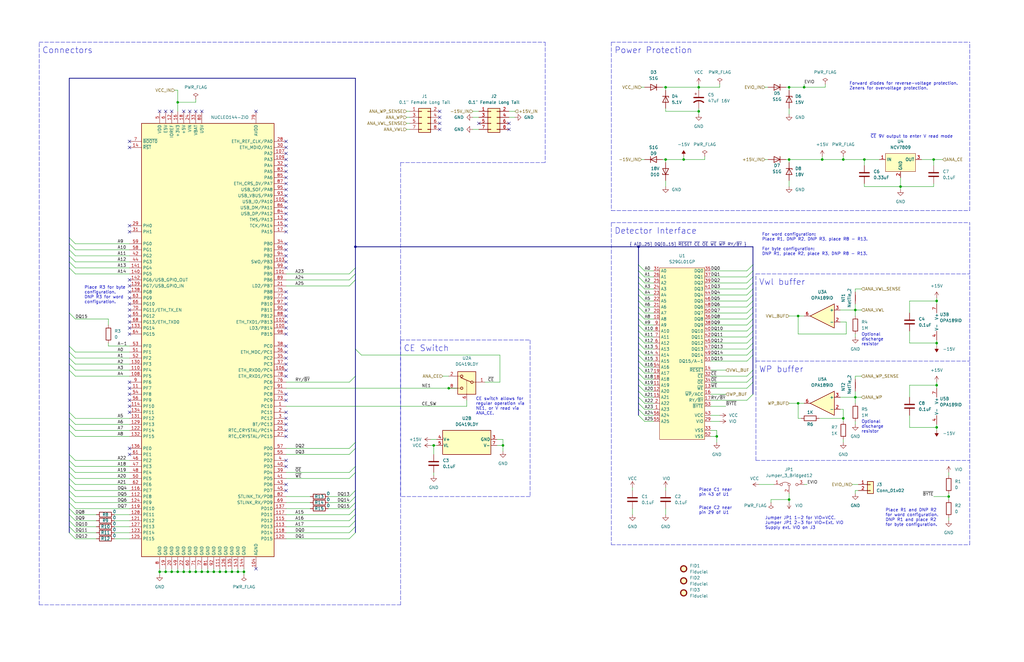
<source format=kicad_sch>
(kicad_sch (version 20211123) (generator eeschema)
  (paper "USLedger")
  (title_block (title "NISoC Readout 1 Module - Socket TSOP-56 Bus") (date "2022-08-11") (rev "1.0") (company "University of Dallas") (comment 1 "Aidan Medcalf <amedcalf@udallas.edu>"))
  (junction (at 400.05 209.55))
  (junction (at 212.09 187.96))
  (junction (at 80.01 241.3))
  (junction (at 90.17 241.3))
  (junction (at 92.71 241.3))
  (junction (at 394.97 180.34))
  (junction (at 67.31 241.3))
  (junction (at 74.93 241.3))
  (junction (at 100.33 241.3))
  (junction (at 294.64 46.99))
  (junction (at 182.88 187.96))
  (junction (at 394.97 162.56))
  (junction (at 87.63 241.3))
  (junction (at 379.73 78.74))
  (junction (at 332.74 36.83))
  (junction (at 302.26 184.15))
  (junction (at 393.7 67.31))
  (junction (at 394.97 144.78))
  (junction (at 355.6 176.53))
  (junction (at 280.67 67.31))
  (junction (at 82.55 241.3))
  (junction (at 339.09 36.83))
  (junction (at 77.47 241.3))
  (junction (at 189.23 163.83))
  (junction (at 355.6 67.31))
  (junction (at 346.71 67.31))
  (junction (at 280.67 36.83))
  (junction (at 360.68 130.81))
  (junction (at 85.09 241.3))
  (junction (at 360.68 167.64))
  (junction (at 336.55 133.35))
  (junction (at 97.79 241.3))
  (junction (at 332.74 210.82))
  (junction (at 72.39 241.3))
  (junction (at 294.64 36.83))
  (junction (at 74.93 43.18))
  (junction (at 364.49 67.31))
  (junction (at 102.87 241.3))
  (junction (at 332.74 67.31))
  (junction (at 288.29 67.31))
  (junction (at 336.55 170.18))
  (junction (at 149.86 104.14))
  (junction (at 69.85 241.3))
  (junction (at 394.97 127))
  (junction (at 269.24 104.14))
  (junction (at 95.25 241.3))
  (no_connect (at 214.63 54.61))
  (no_connect (at 201.93 52.07))
  (no_connect (at 185.42 52.07))
  (no_connect (at 185.42 49.53))
  (no_connect (at 120.65 80.01))
  (no_connect (at 120.65 123.19))
  (no_connect (at 107.95 240.03))
  (no_connect (at 120.65 194.31))
  (no_connect (at 120.65 207.01))
  (no_connect (at 120.65 204.47))
  (no_connect (at 120.65 196.85))
  (no_connect (at 120.65 184.15))
  (no_connect (at 120.65 181.61))
  (no_connect (at 120.65 179.07))
  (no_connect (at 120.65 176.53))
  (no_connect (at 120.65 166.37))
  (no_connect (at 120.65 173.99))
  (no_connect (at 120.65 168.91))
  (no_connect (at 120.65 90.17))
  (no_connect (at 120.65 67.31))
  (no_connect (at 120.65 125.73))
  (no_connect (at 54.61 168.91))
  (no_connect (at 120.65 92.71))
  (no_connect (at 120.65 97.79))
  (no_connect (at 120.65 82.55))
  (no_connect (at 214.63 52.07))
  (no_connect (at 120.65 148.59))
  (no_connect (at 120.65 107.95))
  (no_connect (at 54.61 123.19))
  (no_connect (at 120.65 74.93))
  (no_connect (at 120.65 62.23))
  (no_connect (at 120.65 105.41))
  (no_connect (at 54.61 128.27))
  (no_connect (at 120.65 158.75))
  (no_connect (at 120.65 59.69))
  (no_connect (at 54.61 191.77))
  (no_connect (at 120.65 140.97))
  (no_connect (at 120.65 69.85))
  (no_connect (at 54.61 135.89))
  (no_connect (at 120.65 135.89))
  (no_connect (at 120.65 110.49))
  (no_connect (at 54.61 166.37))
  (no_connect (at 120.65 153.67))
  (no_connect (at 185.42 54.61))
  (no_connect (at 120.65 102.87))
  (no_connect (at 54.61 173.99))
  (no_connect (at 54.61 161.29))
  (no_connect (at 120.65 128.27))
  (no_connect (at 54.61 138.43))
  (no_connect (at 120.65 87.63))
  (no_connect (at 120.65 130.81))
  (no_connect (at 120.65 72.39))
  (no_connect (at 54.61 133.35))
  (no_connect (at 120.65 138.43))
  (no_connect (at 120.65 64.77))
  (no_connect (at 120.65 133.35))
  (no_connect (at 54.61 163.83))
  (no_connect (at 54.61 140.97))
  (no_connect (at 54.61 189.23))
  (no_connect (at 120.65 95.25))
  (no_connect (at 54.61 171.45))
  (no_connect (at 120.65 77.47))
  (no_connect (at 120.65 151.13))
  (no_connect (at 54.61 95.25))
  (no_connect (at 54.61 62.23))
  (no_connect (at 72.39 46.99))
  (no_connect (at 85.09 46.99))
  (no_connect (at 107.95 46.99))
  (no_connect (at 77.47 46.99))
  (no_connect (at 80.01 46.99))
  (no_connect (at 82.55 46.99))
  (no_connect (at 54.61 97.79))
  (no_connect (at 67.31 46.99))
  (no_connect (at 69.85 46.99))
  (no_connect (at 54.61 118.11))
  (no_connect (at 54.61 125.73))
  (no_connect (at 120.65 146.05))
  (no_connect (at 120.65 85.09))
  (no_connect (at 120.65 113.03))
  (no_connect (at 185.42 46.99))
  (no_connect (at 54.61 130.81))
  (no_connect (at 120.65 156.21))
  (no_connect (at 54.61 120.65))
  (no_connect (at 54.61 59.69))
  (bus_entry (at 314.96 127) (size 2.54 -2.54))
  (bus_entry (at 314.96 124.46) (size 2.54 -2.54))
  (bus_entry (at 314.96 132.08) (size 2.54 -2.54))
  (bus_entry (at 314.96 114.3) (size 2.54 -2.54))
  (bus_entry (at 314.96 144.78) (size 2.54 -2.54))
  (bus_entry (at 31.75 224.79) (size -2.54 -2.54))
  (bus_entry (at 31.75 222.25) (size -2.54 -2.54))
  (bus_entry (at 314.96 149.86) (size 2.54 -2.54))
  (bus_entry (at 271.78 116.84) (size -2.54 -2.54))
  (bus_entry (at 314.96 168.91) (size 2.54 -2.54))
  (bus_entry (at 271.78 177.8) (size -2.54 -2.54))
  (bus_entry (at 271.78 129.54) (size -2.54 -2.54))
  (bus_entry (at 271.78 170.18) (size -2.54 -2.54))
  (bus_entry (at 271.78 114.3) (size -2.54 -2.54))
  (bus_entry (at 271.78 157.48) (size -2.54 -2.54))
  (bus_entry (at 31.75 217.17) (size -2.54 -2.54))
  (bus_entry (at 147.32 115.57) (size 2.54 -2.54))
  (bus_entry (at 147.32 118.11) (size 2.54 -2.54))
  (bus_entry (at 147.32 120.65) (size 2.54 -2.54))
  (bus_entry (at 31.75 227.33) (size -2.54 -2.54))
  (bus_entry (at 271.78 139.7) (size -2.54 -2.54))
  (bus_entry (at 271.78 137.16) (size -2.54 -2.54))
  (bus_entry (at 271.78 124.46) (size -2.54 -2.54))
  (bus_entry (at 314.96 119.38) (size 2.54 -2.54))
  (bus_entry (at 271.78 152.4) (size -2.54 -2.54))
  (bus_entry (at 314.96 142.24) (size 2.54 -2.54))
  (bus_entry (at 314.96 163.83) (size 2.54 -2.54))
  (bus_entry (at 314.96 116.84) (size 2.54 -2.54))
  (bus_entry (at 271.78 165.1) (size -2.54 -2.54))
  (bus_entry (at 314.96 158.75) (size 2.54 -2.54))
  (bus_entry (at 147.32 214.63) (size 2.54 -2.54))
  (bus_entry (at 271.78 172.72) (size -2.54 -2.54))
  (bus_entry (at 147.32 212.09) (size 2.54 -2.54))
  (bus_entry (at 271.78 144.78) (size -2.54 -2.54))
  (bus_entry (at 152.4 149.86) (size -2.54 -2.54))
  (bus_entry (at 29.21 132.08) (size 2.54 2.54))
  (bus_entry (at 271.78 160.02) (size -2.54 -2.54))
  (bus_entry (at 147.32 209.55) (size 2.54 -2.54))
  (bus_entry (at 314.96 147.32) (size 2.54 -2.54))
  (bus_entry (at 31.75 219.71) (size -2.54 -2.54))
  (bus_entry (at 314.96 121.92) (size 2.54 -2.54))
  (bus_entry (at 271.78 132.08) (size -2.54 -2.54))
  (bus_entry (at 314.96 139.7) (size 2.54 -2.54))
  (bus_entry (at 271.78 147.32) (size -2.54 -2.54))
  (bus_entry (at 271.78 154.94) (size -2.54 -2.54))
  (bus_entry (at 271.78 127) (size -2.54 -2.54))
  (bus_entry (at 271.78 162.56) (size -2.54 -2.54))
  (bus_entry (at 31.75 107.95) (size -2.54 -2.54))
  (bus_entry (at 31.75 102.87) (size -2.54 -2.54))
  (bus_entry (at 31.75 105.41) (size -2.54 -2.54))
  (bus_entry (at 31.75 110.49) (size -2.54 -2.54))
  (bus_entry (at 31.75 113.03) (size -2.54 -2.54))
  (bus_entry (at 31.75 115.57) (size -2.54 -2.54))
  (bus_entry (at 147.32 217.17) (size 2.54 -2.54))
  (bus_entry (at 147.32 219.71) (size 2.54 -2.54))
  (bus_entry (at 147.32 222.25) (size 2.54 -2.54))
  (bus_entry (at 147.32 227.33) (size 2.54 -2.54))
  (bus_entry (at 31.75 194.31) (size -2.54 -2.54))
  (bus_entry (at 31.75 184.15) (size -2.54 -2.54))
  (bus_entry (at 31.75 199.39) (size -2.54 -2.54))
  (bus_entry (at 31.75 196.85) (size -2.54 -2.54))
  (bus_entry (at 31.75 179.07) (size -2.54 -2.54))
  (bus_entry (at 31.75 181.61) (size -2.54 -2.54))
  (bus_entry (at 31.75 176.53) (size -2.54 -2.54))
  (bus_entry (at 31.75 204.47) (size -2.54 -2.54))
  (bus_entry (at 31.75 201.93) (size -2.54 -2.54))
  (bus_entry (at 31.75 209.55) (size -2.54 -2.54))
  (bus_entry (at 31.75 207.01) (size -2.54 -2.54))
  (bus_entry (at 31.75 214.63) (size -2.54 -2.54))
  (bus_entry (at 31.75 212.09) (size -2.54 -2.54))
  (bus_entry (at 147.32 191.77) (size 2.54 -2.54))
  (bus_entry (at 147.32 201.93) (size 2.54 -2.54))
  (bus_entry (at 147.32 199.39) (size 2.54 -2.54))
  (bus_entry (at 147.32 224.79) (size 2.54 -2.54))
  (bus_entry (at 31.75 156.21) (size -2.54 -2.54))
  (bus_entry (at 31.75 158.75) (size -2.54 -2.54))
  (bus_entry (at 31.75 148.59) (size -2.54 -2.54))
  (bus_entry (at 31.75 153.67) (size -2.54 -2.54))
  (bus_entry (at 31.75 151.13) (size -2.54 -2.54))
  (bus_entry (at 147.32 189.23) (size 2.54 -2.54))
  (bus_entry (at 147.32 161.29) (size 2.54 -2.54))
  (bus_entry (at 314.96 152.4) (size 2.54 -2.54))
  (bus_entry (at 314.96 129.54) (size 2.54 -2.54))
  (bus_entry (at 314.96 161.29) (size 2.54 -2.54))
  (bus_entry (at 271.78 167.64) (size -2.54 -2.54))
  (bus_entry (at 271.78 175.26) (size -2.54 -2.54))
  (bus_entry (at 314.96 137.16) (size 2.54 -2.54))
  (bus_entry (at 271.78 149.86) (size -2.54 -2.54))
  (bus_entry (at 271.78 142.24) (size -2.54 -2.54))
  (bus_entry (at 314.96 134.62) (size 2.54 -2.54))
  (bus_entry (at 271.78 119.38) (size -2.54 -2.54))
  (bus_entry (at 271.78 134.62) (size -2.54 -2.54))
  (bus_entry (at 271.78 121.92) (size -2.54 -2.54))
  (wire (pts (xy 394.97 162.56) (xy 394.97 163.83)))
  (wire (pts (xy 383.54 127) (xy 383.54 132.08)))
  (wire (pts (xy 355.6 67.31) (xy 355.6 66.04)))
  (bus (pts (xy 29.21 146.05) (xy 29.21 148.59)))
  (wire (pts (xy 181.61 187.96) (xy 182.88 187.96)))
  (wire (pts (xy 271.78 154.94) (xy 275.59 154.94)))
  (wire (pts (xy 356.87 140.97) (xy 356.87 135.89)))
  (wire (pts (xy 279.4 36.83) (xy 280.67 36.83)))
  (wire (pts (xy 31.75 105.41) (xy 54.61 105.41)))
  (wire (pts (xy 214.63 49.53) (xy 217.17 49.53)))
  (wire (pts (xy 394.97 127) (xy 394.97 128.27)))
  (bus (pts (xy 29.21 204.47) (xy 29.21 207.01)))
  (wire (pts (xy 336.55 170.18) (xy 336.55 176.53)))
  (wire (pts (xy 336.55 176.53) (xy 337.82 176.53)))
  (bus (pts (xy 29.21 222.25) (xy 29.21 224.79)))
  (wire (pts (xy 95.25 241.3) (xy 97.79 241.3)))
  (polyline (pts (xy 318.77 194.31) (xy 318.77 152.4)))
  (wire (pts (xy 31.75 110.49) (xy 54.61 110.49)))
  (bus (pts (xy 29.21 217.17) (xy 29.21 219.71)))
  (wire (pts (xy 69.85 240.03) (xy 69.85 241.3)))
  (bus (pts (xy 29.21 110.49) (xy 29.21 113.03)))
  (wire (pts (xy 299.72 171.45) (xy 306.07 171.45)))
  (wire (pts (xy 360.68 130.81) (xy 360.68 133.35)))
  (wire (pts (xy 120.65 201.93) (xy 147.32 201.93)))
  (bus (pts (xy 269.24 127) (xy 269.24 129.54)))
  (wire (pts (xy 120.65 224.79) (xy 147.32 224.79)))
  (wire (pts (xy 280.67 67.31) (xy 288.29 67.31)))
  (wire (pts (xy 271.78 142.24) (xy 275.59 142.24)))
  (wire (pts (xy 383.54 175.26) (xy 383.54 180.34)))
  (wire (pts (xy 364.49 67.31) (xy 364.49 69.85)))
  (polyline (pts (xy 408.94 88.9) (xy 408.94 17.78)))
  (bus (pts (xy 29.21 105.41) (xy 29.21 107.95)))
  (bus (pts (xy 149.86 207.01) (xy 149.86 209.55)))
  (wire (pts (xy 346.71 67.31) (xy 355.6 67.31)))
  (wire (pts (xy 271.78 119.38) (xy 275.59 119.38)))
  (wire (pts (xy 299.72 175.26) (xy 303.53 175.26)))
  (wire (pts (xy 332.74 210.82) (xy 332.74 212.09)))
  (wire (pts (xy 354.33 172.72) (xy 355.6 172.72)))
  (wire (pts (xy 360.68 207.01) (xy 361.95 207.01)))
  (wire (pts (xy 120.65 214.63) (xy 130.81 214.63)))
  (polyline (pts (xy 344.17 152.4) (xy 344.17 152.4)))
  (bus (pts (xy 269.24 132.08) (xy 269.24 134.62)))
  (polyline (pts (xy 408.94 229.87) (xy 408.94 93.98)))
  (wire (pts (xy 31.75 217.17) (xy 40.64 217.17)))
  (wire (pts (xy 297.18 67.31) (xy 297.18 66.04)))
  (wire (pts (xy 69.85 241.3) (xy 72.39 241.3)))
  (wire (pts (xy 400.05 209.55) (xy 400.05 210.82)))
  (wire (pts (xy 120.65 161.29) (xy 147.32 161.29)))
  (wire (pts (xy 303.53 35.56) (xy 303.53 36.83)))
  (wire (pts (xy 271.78 162.56) (xy 275.59 162.56)))
  (wire (pts (xy 31.75 201.93) (xy 54.61 201.93)))
  (wire (pts (xy 182.88 199.39) (xy 182.88 200.66)))
  (wire (pts (xy 355.6 185.42) (xy 355.6 186.69)))
  (bus (pts (xy 29.21 113.03) (xy 29.21 132.08)))
  (bus (pts (xy 269.24 154.94) (xy 269.24 157.48)))
  (wire (pts (xy 67.31 240.03) (xy 67.31 241.3)))
  (bus (pts (xy 269.24 142.24) (xy 269.24 144.78)))
  (bus (pts (xy 317.5 129.54) (xy 317.5 127)))
  (wire (pts (xy 210.82 161.29) (xy 210.82 149.86)))
  (wire (pts (xy 120.65 171.45) (xy 196.85 171.45)))
  (wire (pts (xy 364.49 77.47) (xy 364.49 78.74)))
  (polyline (pts (xy 318.77 152.4) (xy 318.77 115.57)))
  (wire (pts (xy 360.68 177.8) (xy 360.68 179.07)))
  (wire (pts (xy 271.78 152.4) (xy 275.59 152.4)))
  (wire (pts (xy 394.97 161.29) (xy 394.97 162.56)))
  (bus (pts (xy 29.21 132.08) (xy 29.21 146.05)))
  (wire (pts (xy 332.74 36.83) (xy 339.09 36.83)))
  (wire (pts (xy 31.75 199.39) (xy 54.61 199.39)))
  (wire (pts (xy 102.87 241.3) (xy 102.87 240.03)))
  (wire (pts (xy 288.29 66.04) (xy 288.29 67.31)))
  (bus (pts (xy 29.21 33.02) (xy 29.21 100.33)))
  (wire (pts (xy 345.44 176.53) (xy 355.6 176.53)))
  (wire (pts (xy 120.65 212.09) (xy 130.81 212.09)))
  (wire (pts (xy 97.79 241.3) (xy 100.33 241.3)))
  (bus (pts (xy 269.24 129.54) (xy 269.24 132.08)))
  (wire (pts (xy 331.47 36.83) (xy 332.74 36.83)))
  (bus (pts (xy 317.5 116.84) (xy 317.5 114.3)))
  (wire (pts (xy 77.47 241.3) (xy 77.47 240.03)))
  (bus (pts (xy 29.21 179.07) (xy 29.21 181.61)))
  (bus (pts (xy 317.5 114.3) (xy 317.5 111.76)))
  (wire (pts (xy 339.09 204.47) (xy 340.36 204.47)))
  (wire (pts (xy 80.01 241.3) (xy 82.55 241.3)))
  (polyline (pts (xy 168.91 143.51) (xy 168.91 209.55)))
  (wire (pts (xy 400.05 208.28) (xy 400.05 209.55)))
  (wire (pts (xy 394.97 125.73) (xy 394.97 127)))
  (bus (pts (xy 269.24 149.86) (xy 269.24 152.4)))
  (wire (pts (xy 302.26 186.69) (xy 302.26 184.15)))
  (wire (pts (xy 48.26 227.33) (xy 54.61 227.33)))
  (wire (pts (xy 199.39 49.53) (xy 201.93 49.53)))
  (wire (pts (xy 271.78 127) (xy 275.59 127)))
  (wire (pts (xy 271.78 132.08) (xy 275.59 132.08)))
  (wire (pts (xy 400.05 199.39) (xy 400.05 200.66)))
  (bus (pts (xy 269.24 104.14) (xy 269.24 111.76)))
  (wire (pts (xy 271.78 134.62) (xy 275.59 134.62)))
  (wire (pts (xy 299.72 144.78) (xy 314.96 144.78)))
  (polyline (pts (xy 318.77 194.31) (xy 408.94 194.31)))
  (wire (pts (xy 48.26 222.25) (xy 54.61 222.25)))
  (wire (pts (xy 332.74 76.2) (xy 332.74 78.74)))
  (wire (pts (xy 379.73 78.74) (xy 379.73 80.01)))
  (wire (pts (xy 31.75 212.09) (xy 54.61 212.09)))
  (wire (pts (xy 299.72 177.8) (xy 303.53 177.8)))
  (wire (pts (xy 196.85 171.45) (xy 196.85 168.91)))
  (polyline (pts (xy 223.52 143.51) (xy 223.52 209.55)))
  (wire (pts (xy 299.72 114.3) (xy 314.96 114.3)))
  (wire (pts (xy 212.09 187.96) (xy 212.09 190.5)))
  (polyline (pts (xy 257.81 17.78) (xy 408.94 17.78)))
  (wire (pts (xy 82.55 241.3) (xy 82.55 240.03)))
  (bus (pts (xy 149.86 104.14) (xy 269.24 104.14)))
  (wire (pts (xy 266.7 214.63) (xy 266.7 217.17)))
  (wire (pts (xy 280.67 46.99) (xy 294.64 46.99)))
  (wire (pts (xy 299.72 139.7) (xy 314.96 139.7)))
  (wire (pts (xy 299.72 163.83) (xy 314.96 163.83)))
  (wire (pts (xy 120.65 115.57) (xy 147.32 115.57)))
  (wire (pts (xy 199.39 46.99) (xy 201.93 46.99)))
  (bus (pts (xy 29.21 156.21) (xy 29.21 173.99)))
  (bus (pts (xy 29.21 176.53) (xy 29.21 179.07)))
  (bus (pts (xy 29.21 214.63) (xy 29.21 217.17)))
  (wire (pts (xy 48.26 217.17) (xy 54.61 217.17)))
  (wire (pts (xy 394.97 180.34) (xy 394.97 179.07)))
  (bus (pts (xy 317.5 147.32) (xy 317.5 144.78)))
  (wire (pts (xy 271.78 144.78) (xy 275.59 144.78)))
  (wire (pts (xy 85.09 241.3) (xy 87.63 241.3)))
  (wire (pts (xy 271.78 139.7) (xy 275.59 139.7)))
  (bus (pts (xy 29.21 33.02) (xy 149.86 33.02)))
  (wire (pts (xy 212.09 185.42) (xy 212.09 187.96)))
  (wire (pts (xy 31.75 209.55) (xy 54.61 209.55)))
  (wire (pts (xy 82.55 241.3) (xy 85.09 241.3)))
  (wire (pts (xy 72.39 241.3) (xy 74.93 241.3)))
  (wire (pts (xy 31.75 156.21) (xy 54.61 156.21)))
  (polyline (pts (xy 318.77 115.57) (xy 408.94 115.57)))
  (bus (pts (xy 269.24 157.48) (xy 269.24 160.02)))
  (wire (pts (xy 299.72 142.24) (xy 314.96 142.24)))
  (polyline (pts (xy 16.51 255.27) (xy 16.51 17.78)))
  (wire (pts (xy 299.72 137.16) (xy 314.96 137.16)))
  (wire (pts (xy 182.88 187.96) (xy 182.88 191.77)))
  (wire (pts (xy 72.39 240.03) (xy 72.39 241.3)))
  (wire (pts (xy 271.78 165.1) (xy 275.59 165.1)))
  (wire (pts (xy 299.72 158.75) (xy 314.96 158.75)))
  (wire (pts (xy 322.58 36.83) (xy 323.85 36.83)))
  (wire (pts (xy 204.47 161.29) (xy 210.82 161.29)))
  (wire (pts (xy 360.68 121.92) (xy 360.68 123.19)))
  (wire (pts (xy 299.72 152.4) (xy 314.96 152.4)))
  (bus (pts (xy 317.5 134.62) (xy 317.5 132.08)))
  (wire (pts (xy 271.78 177.8) (xy 275.59 177.8)))
  (wire (pts (xy 280.67 205.74) (xy 280.67 207.01)))
  (wire (pts (xy 31.75 214.63) (xy 54.61 214.63)))
  (bus (pts (xy 149.86 212.09) (xy 149.86 214.63)))
  (wire (pts (xy 45.72 146.05) (xy 54.61 146.05)))
  (bus (pts (xy 269.24 116.84) (xy 269.24 119.38)))
  (wire (pts (xy 393.7 67.31) (xy 397.51 67.31)))
  (bus (pts (xy 29.21 173.99) (xy 29.21 176.53)))
  (wire (pts (xy 299.72 181.61) (xy 302.26 181.61)))
  (wire (pts (xy 360.68 207.01) (xy 360.68 208.28)))
  (wire (pts (xy 332.74 67.31) (xy 346.71 67.31)))
  (bus (pts (xy 149.86 217.17) (xy 149.86 219.71)))
  (wire (pts (xy 80.01 241.3) (xy 80.01 240.03)))
  (bus (pts (xy 317.5 149.86) (xy 317.5 147.32)))
  (wire (pts (xy 69.85 241.3) (xy 67.31 241.3)))
  (wire (pts (xy 356.87 135.89) (xy 354.33 135.89)))
  (wire (pts (xy 100.33 241.3) (xy 102.87 241.3)))
  (wire (pts (xy 31.75 102.87) (xy 54.61 102.87)))
  (polyline (pts (xy 223.52 209.55) (xy 168.91 209.55)))
  (wire (pts (xy 331.47 67.31) (xy 332.74 67.31)))
  (wire (pts (xy 181.61 185.42) (xy 184.15 185.42)))
  (wire (pts (xy 74.93 241.3) (xy 77.47 241.3)))
  (wire (pts (xy 302.26 181.61) (xy 302.26 184.15)))
  (wire (pts (xy 31.75 158.75) (xy 54.61 158.75)))
  (wire (pts (xy 360.68 128.27) (xy 360.68 130.81)))
  (wire (pts (xy 31.75 176.53) (xy 54.61 176.53)))
  (wire (pts (xy 95.25 241.3) (xy 95.25 240.03)))
  (bus (pts (xy 269.24 170.18) (xy 269.24 172.72)))
  (bus (pts (xy 269.24 104.14) (xy 317.5 104.14)))
  (wire (pts (xy 74.93 43.18) (xy 74.93 46.99)))
  (wire (pts (xy 271.78 172.72) (xy 275.59 172.72)))
  (wire (pts (xy 31.75 115.57) (xy 54.61 115.57)))
  (wire (pts (xy 271.78 114.3) (xy 275.59 114.3)))
  (bus (pts (xy 149.86 214.63) (xy 149.86 217.17)))
  (wire (pts (xy 138.43 214.63) (xy 147.32 214.63)))
  (wire (pts (xy 120.65 209.55) (xy 130.81 209.55)))
  (wire (pts (xy 90.17 241.3) (xy 92.71 241.3)))
  (bus (pts (xy 317.5 139.7) (xy 317.5 137.16)))
  (wire (pts (xy 271.78 129.54) (xy 275.59 129.54)))
  (wire (pts (xy 87.63 241.3) (xy 90.17 241.3)))
  (wire (pts (xy 120.65 199.39) (xy 147.32 199.39)))
  (wire (pts (xy 364.49 67.31) (xy 370.84 67.31)))
  (wire (pts (xy 325.12 212.09) (xy 325.12 210.82)))
  (wire (pts (xy 67.31 241.3) (xy 67.31 242.57)))
  (wire (pts (xy 120.65 120.65) (xy 147.32 120.65)))
  (wire (pts (xy 360.68 158.75) (xy 360.68 160.02)))
  (bus (pts (xy 29.21 191.77) (xy 29.21 194.31)))
  (wire (pts (xy 120.65 163.83) (xy 189.23 163.83)))
  (wire (pts (xy 82.55 43.18) (xy 74.93 43.18)))
  (wire (pts (xy 359.41 204.47) (xy 361.95 204.47)))
  (wire (pts (xy 394.97 181.61) (xy 394.97 180.34)))
  (wire (pts (xy 87.63 241.3) (xy 87.63 240.03)))
  (bus (pts (xy 149.86 189.23) (xy 149.86 196.85)))
  (wire (pts (xy 271.78 121.92) (xy 275.59 121.92)))
  (wire (pts (xy 355.6 67.31) (xy 364.49 67.31)))
  (bus (pts (xy 29.21 201.93) (xy 29.21 204.47)))
  (bus (pts (xy 29.21 219.71) (xy 29.21 222.25)))
  (bus (pts (xy 269.24 165.1) (xy 269.24 167.64)))
  (wire (pts (xy 383.54 162.56) (xy 383.54 167.64)))
  (bus (pts (xy 29.21 151.13) (xy 29.21 153.67)))
  (wire (pts (xy 31.75 224.79) (xy 40.64 224.79)))
  (bus (pts (xy 317.5 132.08) (xy 317.5 129.54)))
  (wire (pts (xy 31.75 222.25) (xy 40.64 222.25)))
  (bus (pts (xy 149.86 115.57) (xy 149.86 118.11)))
  (bus (pts (xy 149.86 196.85) (xy 149.86 199.39)))
  (bus (pts (xy 269.24 139.7) (xy 269.24 142.24)))
  (wire (pts (xy 332.74 36.83) (xy 332.74 38.1)))
  (wire (pts (xy 73.66 38.1) (xy 74.93 38.1)))
  (wire (pts (xy 199.39 54.61) (xy 201.93 54.61)))
  (bus (pts (xy 317.5 161.29) (xy 317.5 166.37)))
  (wire (pts (xy 299.72 168.91) (xy 314.96 168.91)))
  (wire (pts (xy 100.33 241.3) (xy 100.33 240.03)))
  (wire (pts (xy 31.75 151.13) (xy 54.61 151.13)))
  (wire (pts (xy 171.45 52.07) (xy 172.72 52.07)))
  (wire (pts (xy 120.65 219.71) (xy 147.32 219.71)))
  (bus (pts (xy 29.21 148.59) (xy 29.21 151.13)))
  (wire (pts (xy 322.58 67.31) (xy 323.85 67.31)))
  (wire (pts (xy 280.67 45.72) (xy 280.67 46.99)))
  (wire (pts (xy 299.72 156.21) (xy 306.07 156.21)))
  (wire (pts (xy 85.09 241.3) (xy 85.09 240.03)))
  (wire (pts (xy 48.26 219.71) (xy 54.61 219.71)))
  (wire (pts (xy 388.62 67.31) (xy 393.7 67.31)))
  (bus (pts (xy 29.21 199.39) (xy 29.21 201.93)))
  (wire (pts (xy 271.78 137.16) (xy 275.59 137.16)))
  (wire (pts (xy 74.93 38.1) (xy 74.93 43.18)))
  (wire (pts (xy 31.75 196.85) (xy 54.61 196.85)))
  (polyline (pts (xy 257.81 93.98) (xy 408.94 93.98)))
  (wire (pts (xy 31.75 207.01) (xy 54.61 207.01)))
  (bus (pts (xy 317.5 149.86) (xy 317.5 156.21)))
  (bus (pts (xy 149.86 186.69) (xy 149.86 189.23)))
  (wire (pts (xy 31.75 179.07) (xy 54.61 179.07)))
  (wire (pts (xy 299.72 129.54) (xy 314.96 129.54)))
  (bus (pts (xy 269.24 114.3) (xy 269.24 116.84)))
  (wire (pts (xy 354.33 130.81) (xy 360.68 130.81)))
  (wire (pts (xy 186.69 158.75) (xy 189.23 158.75)))
  (wire (pts (xy 303.53 36.83) (xy 294.64 36.83)))
  (bus (pts (xy 317.5 121.92) (xy 317.5 119.38)))
  (wire (pts (xy 77.47 241.3) (xy 80.01 241.3)))
  (wire (pts (xy 339.09 35.56) (xy 339.09 36.83)))
  (bus (pts (xy 149.86 219.71) (xy 149.86 222.25)))
  (wire (pts (xy 288.29 67.31) (xy 297.18 67.31)))
  (wire (pts (xy 120.65 217.17) (xy 147.32 217.17)))
  (wire (pts (xy 363.22 121.92) (xy 360.68 121.92)))
  (wire (pts (xy 346.71 66.04) (xy 346.71 67.31)))
  (wire (pts (xy 92.71 241.3) (xy 92.71 240.03)))
  (wire (pts (xy 360.68 167.64) (xy 363.22 167.64)))
  (bus (pts (xy 269.24 134.62) (xy 269.24 137.16)))
  (wire (pts (xy 360.68 130.81) (xy 363.22 130.81)))
  (bus (pts (xy 269.24 124.46) (xy 269.24 127)))
  (wire (pts (xy 90.17 241.3) (xy 90.17 240.03)))
  (wire (pts (xy 400.05 218.44) (xy 400.05 219.71)))
  (wire (pts (xy 364.49 78.74) (xy 379.73 78.74)))
  (wire (pts (xy 48.26 224.79) (xy 54.61 224.79)))
  (polyline (pts (xy 16.51 17.78) (xy 229.87 17.78)))
  (wire (pts (xy 332.74 67.31) (xy 332.74 68.58)))
  (wire (pts (xy 102.87 241.3) (xy 102.87 242.57)))
  (bus (pts (xy 29.21 209.55) (xy 29.21 212.09)))
  (wire (pts (xy 214.63 46.99) (xy 217.17 46.99)))
  (wire (pts (xy 271.78 124.46) (xy 275.59 124.46)))
  (wire (pts (xy 299.72 147.32) (xy 314.96 147.32)))
  (polyline (pts (xy 168.91 143.51) (xy 223.52 143.51)))
  (wire (pts (xy 171.45 46.99) (xy 172.72 46.99)))
  (bus (pts (xy 29.21 196.85) (xy 29.21 199.39)))
  (wire (pts (xy 45.72 144.78) (xy 45.72 146.05)))
  (polyline (pts (xy 257.81 88.9) (xy 408.94 88.9)))
  (wire (pts (xy 92.71 241.3) (xy 95.25 241.3)))
  (wire (pts (xy 74.93 241.3) (xy 74.93 240.03)))
  (polyline (pts (xy 229.87 17.78) (xy 229.87 68.58)))
  (wire (pts (xy 271.78 157.48) (xy 275.59 157.48)))
  (wire (pts (xy 383.54 139.7) (xy 383.54 144.78)))
  (bus (pts (xy 149.86 118.11) (xy 149.86 147.32)))
  (wire (pts (xy 360.68 140.97) (xy 360.68 142.24)))
  (wire (pts (xy 31.75 113.03) (xy 54.61 113.03)))
  (wire (pts (xy 383.54 144.78) (xy 394.97 144.78)))
  (wire (pts (xy 171.45 49.53) (xy 172.72 49.53)))
  (polyline (pts (xy 229.87 68.58) (xy 168.91 68.58)))
  (wire (pts (xy 120.65 227.33) (xy 147.32 227.33)))
  (wire (pts (xy 332.74 133.35) (xy 336.55 133.35)))
  (wire (pts (xy 394.97 144.78) (xy 394.97 146.05)))
  (bus (pts (xy 149.86 147.32) (xy 149.86 158.75)))
  (wire (pts (xy 271.78 175.26) (xy 275.59 175.26)))
  (wire (pts (xy 394.97 143.51) (xy 394.97 144.78)))
  (wire (pts (xy 182.88 187.96) (xy 184.15 187.96)))
  (wire (pts (xy 360.68 167.64) (xy 360.68 170.18)))
  (wire (pts (xy 45.72 134.62) (xy 45.72 137.16)))
  (wire (pts (xy 271.78 116.84) (xy 275.59 116.84)))
  (wire (pts (xy 339.09 170.18) (xy 336.55 170.18)))
  (wire (pts (xy 270.51 36.83) (xy 271.78 36.83)))
  (bus (pts (xy 269.24 162.56) (xy 269.24 165.1)))
  (wire (pts (xy 280.67 36.83) (xy 280.67 38.1)))
  (bus (pts (xy 149.86 113.03) (xy 149.86 115.57)))
  (bus (pts (xy 149.86 104.14) (xy 149.86 113.03)))
  (wire (pts (xy 31.75 107.95) (xy 54.61 107.95)))
  (wire (pts (xy 393.7 209.55) (xy 400.05 209.55)))
  (wire (pts (xy 339.09 36.83) (xy 347.98 36.83)))
  (wire (pts (xy 31.75 227.33) (xy 40.64 227.33)))
  (wire (pts (xy 31.75 194.31) (xy 54.61 194.31)))
  (bus (pts (xy 29.21 207.01) (xy 29.21 209.55)))
  (bus (pts (xy 269.24 152.4) (xy 269.24 154.94)))
  (bus (pts (xy 317.5 144.78) (xy 317.5 142.24)))
  (wire (pts (xy 332.74 170.18) (xy 336.55 170.18)))
  (wire (pts (xy 31.75 204.47) (xy 54.61 204.47)))
  (polyline (pts (xy 257.81 17.78) (xy 257.81 88.9)))
  (bus (pts (xy 269.24 144.78) (xy 269.24 147.32)))
  (wire (pts (xy 299.72 161.29) (xy 314.96 161.29)))
  (wire (pts (xy 299.72 119.38) (xy 314.96 119.38)))
  (wire (pts (xy 209.55 187.96) (xy 212.09 187.96)))
  (bus (pts (xy 317.5 111.76) (xy 317.5 104.14)))
  (wire (pts (xy 120.65 222.25) (xy 147.32 222.25)))
  (wire (pts (xy 379.73 78.74) (xy 393.7 78.74)))
  (polyline (pts (xy 16.51 255.27) (xy 168.91 255.27)))
  (wire (pts (xy 299.72 134.62) (xy 314.96 134.62)))
  (wire (pts (xy 279.4 67.31) (xy 280.67 67.31)))
  (wire (pts (xy 294.64 45.72) (xy 294.64 46.99)))
  (bus (pts (xy 29.21 100.33) (xy 29.21 102.87)))
  (wire (pts (xy 294.64 35.56) (xy 294.64 36.83)))
  (wire (pts (xy 320.04 204.47) (xy 326.39 204.47)))
  (wire (pts (xy 339.09 133.35) (xy 336.55 133.35)))
  (wire (pts (xy 152.4 149.86) (xy 210.82 149.86)))
  (bus (pts (xy 29.21 102.87) (xy 29.21 105.41)))
  (wire (pts (xy 266.7 205.74) (xy 266.7 207.01)))
  (wire (pts (xy 120.65 118.11) (xy 147.32 118.11)))
  (bus (pts (xy 269.24 137.16) (xy 269.24 139.7)))
  (wire (pts (xy 325.12 210.82) (xy 332.74 210.82)))
  (wire (pts (xy 299.72 116.84) (xy 314.96 116.84)))
  (bus (pts (xy 317.5 156.21) (xy 317.5 158.75)))
  (bus (pts (xy 317.5 142.24) (xy 317.5 139.7)))
  (wire (pts (xy 354.33 167.64) (xy 360.68 167.64)))
  (wire (pts (xy 299.72 149.86) (xy 314.96 149.86)))
  (wire (pts (xy 31.75 153.67) (xy 54.61 153.67)))
  (wire (pts (xy 383.54 180.34) (xy 394.97 180.34)))
  (wire (pts (xy 209.55 185.42) (xy 212.09 185.42)))
  (wire (pts (xy 138.43 209.55) (xy 147.32 209.55)))
  (wire (pts (xy 280.67 214.63) (xy 280.67 217.17)))
  (wire (pts (xy 31.75 184.15) (xy 54.61 184.15)))
  (bus (pts (xy 29.21 153.67) (xy 29.21 156.21)))
  (wire (pts (xy 31.75 181.61) (xy 54.61 181.61)))
  (bus (pts (xy 29.21 212.09) (xy 29.21 214.63)))
  (bus (pts (xy 149.86 199.39) (xy 149.86 207.01)))
  (bus (pts (xy 29.21 194.31) (xy 29.21 196.85)))
  (bus (pts (xy 317.5 124.46) (xy 317.5 121.92)))
  (wire (pts (xy 360.68 165.1) (xy 360.68 167.64)))
  (wire (pts (xy 270.51 67.31) (xy 271.78 67.31)))
  (bus (pts (xy 317.5 127) (xy 317.5 124.46)))
  (wire (pts (xy 271.78 149.86) (xy 275.59 149.86)))
  (wire (pts (xy 299.72 124.46) (xy 314.96 124.46)))
  (wire (pts (xy 394.97 127) (xy 383.54 127)))
  (wire (pts (xy 97.79 241.3) (xy 97.79 240.03)))
  (wire (pts (xy 393.7 78.74) (xy 393.7 77.47)))
  (wire (pts (xy 31.75 219.71) (xy 40.64 219.71)))
  (wire (pts (xy 294.64 46.99) (xy 294.64 48.26)))
  (bus (pts (xy 317.5 119.38) (xy 317.5 116.84)))
  (wire (pts (xy 379.73 74.93) (xy 379.73 78.74)))
  (wire (pts (xy 280.67 67.31) (xy 280.67 68.58)))
  (bus (pts (xy 149.86 209.55) (xy 149.86 212.09)))
  (wire (pts (xy 347.98 36.83) (xy 347.98 35.56)))
  (bus (pts (xy 269.24 160.02) (xy 269.24 162.56)))
  (wire (pts (xy 393.7 67.31) (xy 393.7 69.85)))
  (wire (pts (xy 271.78 167.64) (xy 275.59 167.64)))
  (bus (pts (xy 269.24 119.38) (xy 269.24 121.92)))
  (bus (pts (xy 269.24 147.32) (xy 269.24 149.86)))
  (wire (pts (xy 299.72 166.37) (xy 306.07 166.37)))
  (bus (pts (xy 149.86 33.02) (xy 149.86 104.14)))
  (wire (pts (xy 280.67 36.83) (xy 294.64 36.83)))
  (bus (pts (xy 149.86 222.25) (xy 149.86 224.79)))
  (wire (pts (xy 363.22 158.75) (xy 360.68 158.75)))
  (wire (pts (xy 271.78 147.32) (xy 275.59 147.32)))
  (wire (pts (xy 299.72 184.15) (xy 302.26 184.15)))
  (wire (pts (xy 336.55 140.97) (xy 356.87 140.97)))
  (wire (pts (xy 355.6 176.53) (xy 355.6 177.8)))
  (wire (pts (xy 82.55 41.91) (xy 82.55 43.18)))
  (wire (pts (xy 138.43 212.09) (xy 147.32 212.09)))
  (wire (pts (xy 394.97 162.56) (xy 383.54 162.56)))
  (wire (pts (xy 299.72 127) (xy 314.96 127)))
  (polyline (pts (xy 318.77 152.4) (xy 408.94 152.4)))
  (bus (pts (xy 149.86 158.75) (xy 149.86 186.69)))
  (wire (pts (xy 336.55 133.35) (xy 336.55 140.97)))
  (bus (pts (xy 29.21 181.61) (xy 29.21 191.77)))
  (wire (pts (xy 299.72 132.08) (xy 314.96 132.08)))
  (bus (pts (xy 269.24 121.92) (xy 269.24 124.46)))
  (polyline (pts (xy 257.81 93.98) (xy 257.81 229.87)))
  (bus (pts (xy 269.24 172.72) (xy 269.24 175.26)))
  (bus (pts (xy 317.5 137.16) (xy 317.5 134.62)))
  (wire (pts (xy 332.74 208.28) (xy 332.74 210.82)))
  (wire (pts (xy 189.23 163.83) (xy 193.04 163.83)))
  (bus (pts (xy 269.24 111.76) (xy 269.24 114.3)))
  (bus (pts (xy 269.24 167.64) (xy 269.24 170.18)))
  (wire (pts (xy 280.67 76.2) (xy 280.67 78.74)))
  (wire (pts (xy 299.72 121.92) (xy 314.96 121.92)))
  (wire (pts (xy 355.6 172.72) (xy 355.6 176.53)))
  (wire (pts (xy 31.75 134.62) (xy 45.72 134.62)))
  (wire (pts (xy 31.75 148.59) (xy 54.61 148.59)))
  (wire (pts (xy 120.65 189.23) (xy 147.32 189.23)))
  (polyline (pts (xy 168.91 68.58) (xy 168.91 255.27)))
  (wire (pts (xy 120.65 191.77) (xy 147.32 191.77)))
  (bus (pts (xy 29.21 107.95) (xy 29.21 110.49)))
  (wire (pts (xy 332.74 45.72) (xy 332.74 48.26)))
  (wire (pts (xy 171.45 54.61) (xy 172.72 54.61)))
  (polyline (pts (xy 257.81 229.87) (xy 408.94 229.87)))
  (wire (pts (xy 271.78 170.18) (xy 275.59 170.18)))
  (wire (pts (xy 271.78 160.02) (xy 275.59 160.02)))
  (wire (pts (xy 294.64 36.83) (xy 294.64 38.1)))
  (bus (pts (xy 317.5 161.29) (xy 317.5 158.75)))
  (text "WP buffer" (at 320.04 157.48 0) (effects (font (size 2.54 2.54)) (justify left bottom)))
  (text "Forward diodes for reverse-voltage protection.\nZeners for overvoltage protection." (at 358.14 38.1 0) (effects (font (size 1.27 1.27)) (justify left bottom)))
  (text "Place C1 near\npin 43 of U1" (at 294.64 209.55 0) (effects (font (size 1.27 1.27)) (justify left bottom)))
  (text "Connectors" (at 17.78 22.86 0) (effects (font (size 2.54 2.54)) (justify left bottom)))
  (text "For word configuration:\nPlace R1, DNP R2, DNP R3, place R8 - R13.\n\nFor byte configuration:\nDNP R1, place R2, place R3, DNP R8 - R13." (at 321.31 107.95 0) (effects (font (size 1.27 1.27)) (justify left bottom)))
  (text "CE Switch" (at 170.18 148.59 0) (effects (font (size 2.54 2.54)) (justify left bottom)))
  (text "Detector Interface" (at 259.08 99.06 0) (effects (font (size 2.54 2.54)) (justify left bottom)))
  (text "Place R3 for byte\nconfiguration.\nDNP R3 for word\nconfiguration." (at 35.56 128.27 0) (effects (font (size 1.27 1.27)) (justify left bottom)))
  (text "Place R1 and DNP R2\nfor word configuration.\nDNP R1 and place R2\nfor byte configuration." (at 373.38 222.25 0) (effects (font (size 1.27 1.27)) (justify left bottom)))
  (text "Optional\ndischarge\nresistor" (at 363.22 146.05 0) (effects (font (size 1.27 1.27)) (justify left bottom)))
  (text "Jumper JP1 1-2 for VIO=VCC.\nJumper JP1 2-3 for VIO=Ext. VIO\nSupply ext. VIO on J3" (at 322.58 223.52 0) (effects (font (size 1.27 1.27)) (justify left bottom)))
  (text "~{CE} 9V output to enter V read mode" (at 367.03 58.42 0) (effects (font (size 1.27 1.27)) (justify left bottom)))
  (text "CE switch allows for\nregular operation via\nNE1, or V read via\nANA_CE." (at 200.66 175.26 0) (effects (font (size 1.27 1.27)) (justify left bottom)))
  (text "Power Protection" (at 259.08 22.86 0) (effects (font (size 2.54 2.54)) (justify left bottom)))
  (text "Place C2 near\npin 29 of U1" (at 294.64 217.17 0) (effects (font (size 1.27 1.27)) (justify left bottom)))
  (text "Optional\ndischarge\nresistor" (at 363.22 182.88 0) (effects (font (size 1.27 1.27)) (justify left bottom)))
  (text "Vwl buffer" (at 320.04 120.65 0) (effects (font (size 2.54 2.54)) (justify left bottom)))
  (label "DQ9" (at 31.75 219.71 0))
  (label "A-1" (at 49.53 146.05 0))
  (label "A5" (at 271.78 127 0))
  (label "A23" (at 124.46 115.57 0))
  (label "A19" (at 49.53 199.39 0))
  (label "A1" (at 271.78 116.84 0))
  (label "~{WE}" (at 124.46 201.93 0))
  (label "~{BYTE}" (at 393.7 209.55 180))
  (label "RY{slash}~{BY}" (at 124.46 161.29 0))
  (label "A15" (at 271.78 152.4 0))
  (label "~{WE}" (at 299.72 163.83 0))
  (label "A7" (at 49.53 181.61 0))
  (label "DQ14" (at 299.72 149.86 0))
  (label "A13" (at 49.53 113.03 0))
  (label "DQ1" (at 124.46 227.33 0))
  (label "A9" (at 49.53 102.87 0))
  (label "A3" (at 271.78 121.92 0))
  (label "DQ5" (at 49.53 209.55 0))
  (label "DQ8" (at 299.72 134.62 0))
  (label "DQ11" (at 31.75 224.79 0))
  (label "DQ3" (at 299.72 121.92 0))
  (label "DQ3" (at 124.46 191.77 0))
  (label "DQ0" (at 299.72 114.3 0))
  (label "A17" (at 271.78 157.48 0))
  (label "DQ10" (at 299.72 139.7 0))
  (label "A9" (at 271.78 137.16 0))
  (label "DQ6" (at 299.72 129.54 0))
  (label "DQ2" (at 124.46 189.23 0))
  (label "A0" (at 271.78 114.3 0))
  (label "A14" (at 271.78 149.86 0))
  (label "DQ6" (at 49.53 212.09 0))
  (label "A23" (at 271.78 172.72 0))
  (label "DQ9" (at 299.72 137.16 0))
  (label "A22" (at 49.53 194.31 0))
  (label "A8" (at 49.53 184.15 0))
  (label "DQ13" (at 299.72 147.32 0))
  (label "~{BYTE}" (at 306.07 171.45 0))
  (label "DQ15" (at 31.75 134.62 0))
  (label "EVIO" (at 340.36 204.47 0))
  (label "A6" (at 49.53 179.07 0))
  (label "A4" (at 271.78 124.46 0))
  (label "DQ7" (at 299.72 132.08 0))
  (label "A24" (at 124.46 118.11 0))
  (label "A12" (at 49.53 110.49 0))
  (label "DQ7" (at 49.53 214.63 0))
  (label "A6" (at 271.78 129.54 0))
  (label "DQ8" (at 31.75 217.17 0))
  (label "A12" (at 271.78 144.78 0))
  (label "DQ12" (at 31.75 227.33 0))
  (label "A1" (at 49.53 151.13 0))
  (label "DQ11" (at 299.72 142.24 0))
  (label "A25" (at 124.46 120.65 0))
  (label "A20" (at 271.78 165.1 0))
  (label "A25" (at 271.78 177.8 0))
  (label "{ A[0..25] DQ[0..15] ~{RESET} ~{CE} ~{OE} ~{WE} ~{WP} RY{slash}~{BY} }" (at 265.43 104.14 0))
  (label "DQ4" (at 49.53 207.01 0))
  (label "EVIO" (at 339.09 35.56 0))
  (label "A0" (at 49.53 148.59 0))
  (label "A18" (at 49.53 196.85 0))
  (label "A2" (at 49.53 153.67 0))
  (label "A19" (at 271.78 162.56 0))
  (label "A5" (at 49.53 176.53 0))
  (label "A13" (at 271.78 147.32 0))
  (label "A16" (at 124.46 219.71 0))
  (label "A2" (at 271.78 119.38 0))
  (label "DQ15" (at 142.24 214.63 0))
  (label "A11" (at 271.78 142.24 0))
  (label "DQ5" (at 299.72 127 0))
  (label "DQ13" (at 142.24 209.55 0))
  (label "A21" (at 271.78 167.64 0))
  (label "DQ2" (at 299.72 119.38 0))
  (label "~{CE}" (at 299.72 158.75 0))
  (label "A3" (at 49.53 156.21 0))
  (label "~{CE}" (at 205.74 161.29 0))
  (label "A14" (at 49.53 115.57 0))
  (label "A7" (at 271.78 132.08 0))
  (label "RY{slash}~{BY}" (at 299.72 168.91 0))
  (label "CE_SW" (at 177.8 171.45 0))
  (label "A17" (at 124.46 222.25 0))
  (label "A20" (at 49.53 201.93 0))
  (label "DQ12" (at 299.72 144.78 0))
  (label "A4" (at 49.53 158.75 0))
  (label "DQ10" (at 31.75 222.25 0))
  (label "DQ15" (at 299.72 152.4 0))
  (label "A18" (at 271.78 160.02 0))
  (label "NE1" (at 177.8 163.83 0))
  (label "DQ0" (at 124.46 224.79 0))
  (label "A24" (at 271.78 175.26 0))
  (label "A21" (at 49.53 204.47 0))
  (label "~{OE}" (at 124.46 199.39 0))
  (label "DQ14" (at 142.24 212.09 0))
  (label "A15" (at 124.46 217.17 0))
  (label "A11" (at 49.53 107.95 0))
  (label "A16" (at 271.78 154.94 0))
  (label "A10" (at 49.53 105.41 0))
  (label "~{OE}" (at 299.72 161.29 0))
  (label "A10" (at 271.78 139.7 0))
  (label "DQ4" (at 299.72 124.46 0))
  (label "A22" (at 271.78 170.18 0))
  (label "DQ1" (at 299.72 116.84 0))
  (label "A8" (at 271.78 134.62 0))
  (hierarchical_label "ANA_WP" (shape input) (at 363.22 167.64 0))
  (hierarchical_label "ANA_VWL_SENSE" (shape input) (at 363.22 121.92 0))
  (hierarchical_label "ANA_CE" (shape input) (at 397.51 67.31 0))
  (hierarchical_label "VCC_IN" (shape input) (at 73.66 38.1 180))
  (hierarchical_label "WP_BUF" (shape input) (at 306.07 166.37 0))
  (hierarchical_label "ANA_VWL" (shape input) (at 171.45 54.61 180))
  (hierarchical_label "ANA_WP" (shape input) (at 171.45 49.53 180))
  (hierarchical_label "VWL_BUF" (shape input) (at 332.74 133.35 180))
  (hierarchical_label "ANA_WP_SENSE" (shape input) (at 363.22 158.75 0))
  (hierarchical_label "VCC_IN" (shape input) (at 270.51 36.83 180))
  (hierarchical_label "ANA_CE" (shape input) (at 186.69 158.75 180))
  (hierarchical_label "EVIO_IN" (shape input) (at 359.41 204.47 180))
  (hierarchical_label "ANA_VWL_SENSE" (shape input) (at 171.45 52.07 180))
  (hierarchical_label "EVIO_IN" (shape input) (at 322.58 36.83 180))
  (hierarchical_label "WP_BUF" (shape input) (at 332.74 170.18 180))
  (hierarchical_label "-15V_IN" (shape input) (at 270.51 67.31 180))
  (hierarchical_label "VWL_BUF" (shape input) (at 306.07 156.21 0))
  (hierarchical_label "+15V_IN" (shape input) (at 217.17 46.99 0))
  (hierarchical_label "-15V_IN" (shape input) (at 199.39 46.99 180))
  (hierarchical_label "ANA_WP_SENSE" (shape input) (at 171.45 46.99 180))
  (hierarchical_label "ANA_VWL" (shape input) (at 363.22 130.81 0))
  (hierarchical_label "+15V_IN" (shape input) (at 322.58 67.31 180))
  (symbol (lib_id "Device:R") (at 134.62 214.63 90) (unit 1)
    (property "Reference" "R15" (at 134.62 214.63 90))
    (property "Value" "0" (at 138.43 213.36 90))
    (property "Footprint" "Resistor_SMD:R_0603_1608Metric" (effects hide))
  )
  (symbol (lib_id "Jumper:Jumper_3_Bridged12") (at 332.74 204.47 0) (unit 1)
    (property "Reference" "JP1" (at 332.74 198.12 0))
    (property "Value" "Jumper_3_Bridged12" (at 332.74 200.66 0))
    (property "Footprint" "Connector_PinHeader_2.54mm:PinHeader_1x03_P2.54mm_Vertical" (effects hide))
  )
  (symbol (lib_id "power:GND") (at 360.68 179.07 0) (unit 1)
    (property "Reference" "#PWR029" (effects hide))
    (property "Value" "GND" (at 360.68 184.15 0))
  )
  (symbol (lib_id "power:PWR_FLAG") (at 102.87 242.57 180) (unit 1)
    (property "Reference" "#FLG01" (effects hide))
    (property "Value" "PWR_FLAG" (at 102.87 247.65 0))
  )
  (symbol (lib_id "Device:R") (at 360.68 137.16 0) (unit 1)
    (property "Reference" "R4" (at 363.22 135.8899 0) (effects (justify left)))
    (property "Value" "1M" (at 363.22 138.4299 0) (effects (justify left)))
    (property "Footprint" "Resistor_SMD:R_0805_2012Metric" (effects hide))
  )
  (symbol (lib_id "NISoC-Socket:VIO") (at 280.67 205.74 0) (unit 1)
    (property "Reference" "#PWR05" (effects hide))
    (property "Value" "VIO" (at 279.4 201.93 0) (effects (justify left)))
  )
  (symbol (lib_id "NISoC-Socket:OPA189ID") (at 392.43 172.72 0) (mirror y) (unit 2)
    (property "Reference" "U5" (at 396.24 168.2749 0) (effects (justify right)))
    (property "Value" "OPA189ID" (at 396.24 170.8149 0) (effects (justify right)))
    (property "Footprint" "Package_SO:SOIC-8_3.9x4.9mm_P1.27mm" (effects hide))
    (property "Datasheet" "https://www.ti.com/lit/ds/symlink/opa189.pdf" (effects hide))
  )
  (symbol (lib_id "Device:C_Polarized_US") (at 294.64 41.91 0) (unit 1)
    (property "Reference" "C5" (at 298.45 40.0049 0) (effects (justify left)))
    (property "Value" "47uF 16V" (at 298.45 42.5449 0) (effects (justify left)))
    (property "Footprint" "Capacitor_SMD:CP_Elec_5x5.3" (effects hide))
    (property "Manufacturer" "Wurth" (effects hide))
    (property "MPN" "865080342006" (effects hide))
  )
  (symbol (lib_id "NISoC-Socket:OPA189ID") (at 346.71 170.18 0) (mirror y) (unit 1)
    (property "Reference" "U5" (at 346.71 160.02 0))
    (property "Value" "OPA189ID" (at 346.71 162.56 0))
    (property "Footprint" "Package_SO:SOIC-8_3.9x4.9mm_P1.27mm" (effects hide))
    (property "Datasheet" "https://www.ti.com/lit/ds/symlink/opa189.pdf" (effects hide))
  )
  (symbol (lib_id "power:GND") (at 199.39 49.53 270) (unit 1)
    (property "Reference" "#PWR019" (effects hide))
    (property "Value" "GND" (at 195.58 49.5299 90) (effects (justify right)))
  )
  (symbol (lib_id "power:GND") (at 360.68 142.24 0) (unit 1)
    (property "Reference" "#PWR025" (effects hide))
    (property "Value" "GND" (at 360.68 147.32 0))
  )
  (symbol (lib_id "power:-15V") (at 288.29 66.04 0) (unit 1)
    (property "Reference" "#PWR024" (effects hide))
    (property "Value" "-15V" (at 288.29 60.96 0))
  )
  (symbol (lib_id "power:VCC") (at 181.61 187.96 90) (unit 1)
    (property "Reference" "#PWR016" (effects hide))
    (property "Value" "VCC" (at 177.8 187.9599 90) (effects (justify left)))
  )
  (symbol (lib_id "Device:D") (at 275.59 36.83 180) (unit 1)
    (property "Reference" "D3" (at 275.59 30.48 0))
    (property "Value" "S1G" (at 275.59 33.02 0))
    (property "Footprint" "Diode_SMD:D_SMA" (effects hide))
  )
  (symbol (lib_id "NISoC-Socket:VIO") (at 332.74 212.09 180) (unit 1)
    (property "Reference" "#PWR013" (effects hide))
    (property "Value" "VIO" (at 335.28 213.3599 0) (effects (justify right)))
  )
  (symbol (lib_id "power:GND") (at 332.74 48.26 0) (unit 1)
    (property "Reference" "#PWR028" (effects hide))
    (property "Value" "GND" (at 335.28 49.5299 0) (effects (justify left)))
  )
  (symbol (lib_id "Mechanical:Fiducial") (at 288.29 245.11 0) (unit 1)
    (property "Reference" "FID2" (at 290.83 243.8399 0) (effects (justify left)))
    (property "Value" "Fiducial" (at 290.83 246.3799 0) (effects (justify left)))
    (property "Footprint" "Fiducial:Fiducial_0.5mm_Mask1mm" (effects hide))
  )
  (symbol (lib_id "Device:R") (at 134.62 209.55 90) (unit 1)
    (property "Reference" "R13" (at 134.62 209.55 90))
    (property "Value" "0" (at 138.43 208.28 90))
    (property "Footprint" "Resistor_SMD:R_0603_1608Metric" (effects hide))
  )
  (symbol (lib_id "NISoC-Socket:OPA189ID") (at 392.43 137.16 0) (mirror y) (unit 2)
    (property "Reference" "U3" (at 396.24 132.7149 0) (effects (justify right)))
    (property "Value" "OPA189ID" (at 396.24 135.2549 0) (effects (justify right)))
    (property "Footprint" "Package_SO:SOIC-8_3.9x4.9mm_P1.27mm" (effects hide))
    (property "Datasheet" "https://www.ti.com/lit/ds/symlink/opa189.pdf" (effects hide))
  )
  (symbol (lib_id "power:GND") (at 67.31 242.57 0) (unit 1)
    (property "Reference" "#PWR01" (effects hide))
    (property "Value" "GND" (at 67.31 247.65 0))
  )
  (symbol (lib_id "power:VCC") (at 320.04 204.47 90) (unit 1)
    (property "Reference" "#PWR012" (effects hide))
    (property "Value" "VCC" (at 316.23 201.93 90) (effects (justify right)))
  )
  (symbol (lib_id "power:PWR_FLAG") (at 82.55 41.91 0) (unit 1)
    (property "Reference" "#FLG03" (effects hide))
    (property "Value" "PWR_FLAG" (at 82.55 36.83 0))
  )
  (symbol (lib_id "NISoC-Socket:OPA189ID") (at 346.71 133.35 0) (mirror y) (unit 1)
    (property "Reference" "U3" (at 346.71 123.19 0))
    (property "Value" "OPA189ID" (at 346.71 125.73 0))
    (property "Footprint" "Package_SO:SOIC-8_3.9x4.9mm_P1.27mm" (effects hide))
    (property "Datasheet" "https://www.ti.com/lit/ds/symlink/opa189.pdf" (effects hide))
  )
  (symbol (lib_id "power:GND") (at 360.68 208.28 0) (unit 1)
    (property "Reference" "#PWR014" (effects hide))
    (property "Value" "GND" (at 360.68 213.36 0))
  )
  (symbol (lib_id "Connector_Generic:Conn_02x04_Odd_Even") (at 207.01 49.53 0) (unit 1)
    (property "Reference" "J2" (at 208.28 40.64 0))
    (property "Value" "0.1\" Female Long Tail" (at 208.28 43.18 0))
    (property "Footprint" "Connector_PinHeader_2.54mm:PinHeader_2x04_P2.54mm_Vertical" (effects hide))
  )
  (symbol (lib_id "power:PWR_FLAG") (at 355.6 66.04 0) (unit 1)
    (property "Reference" "#FLG07" (effects hide))
    (property "Value" "PWR_FLAG" (at 355.6 60.96 0))
  )
  (symbol (lib_id "Device:R") (at 134.62 212.09 270) (mirror x) (unit 1)
    (property "Reference" "R14" (at 134.62 212.09 90))
    (property "Value" "0" (at 138.43 210.82 90))
    (property "Footprint" "Resistor_SMD:R_0603_1608Metric" (effects hide))
  )
  (symbol (lib_id "power:GND") (at 217.17 49.53 90) (unit 1)
    (property "Reference" "#PWR021" (effects hide))
    (property "Value" "GND" (at 220.98 49.53 90) (effects (justify right)))
  )
  (symbol (lib_id "power:+15V") (at 394.97 161.29 0) (unit 1)
    (property "Reference" "#PWR015" (effects hide))
    (property "Value" "+15V" (at 394.97 156.21 0))
  )
  (symbol (lib_id "Device:D_Zener") (at 332.74 72.39 270) (unit 1)
    (property "Reference" "D8" (at 335.28 71.1199 90) (effects (justify left)))
    (property "Value" "18V" (at 335.28 73.6599 90) (effects (justify left)))
    (property "Footprint" "Diode_SMD:D_SOD-323" (effects hide))
  )
  (symbol (lib_id "Device:C") (at 393.7 73.66 0) (unit 1)
    (property "Reference" "C7" (at 397.51 72.3899 0) (effects (justify left)))
    (property "Value" "0.1uF" (at 397.51 74.9299 0) (effects (justify left)))
    (property "Footprint" "Capacitor_SMD:C_0805_2012Metric" (effects hide))
  )
  (symbol (lib_id "Device:R") (at 400.05 214.63 0) (unit 1)
    (property "Reference" "R2" (at 402.59 213.3599 0) (effects (justify left)))
    (property "Value" "0" (at 402.59 215.8999 0) (effects (justify left)))
    (property "Footprint" "Resistor_SMD:R_0603_1608Metric" (effects hide))
  )
  (symbol (lib_id "Device:D") (at 327.66 36.83 180) (unit 1)
    (property "Reference" "D5" (at 327.66 39.37 0))
    (property "Value" "S1G" (at 327.66 41.91 0))
    (property "Footprint" "Diode_SMD:D_SMA" (effects hide))
  )
  (symbol (lib_id "NISoC-Socket:S29GL01GP") (at 287.02 143.51 0) (unit 1)
    (property "Reference" "U1" (at 287.655 107.95 0))
    (property "Value" "S29GL01GP" (at 287.655 110.49 0))
    (property "Footprint" "NISoC-Socket:Socket_TSOP-56" (effects hide))
    (property "Datasheet" "https://www.infineon.com/dgdl/Infineon-S29GL01GP_S29GL512P_S29GL256P_S29GL128P_1_Gbit/512/256/128_Mbit_3_V_Page_Flash_with_90_nm_MirrorBit_Process_Technology-DataSheet-v03_00-EN.pdf?fileId=8ac78c8c7d0d8da4017d0ed7850458a5" (effects hide))
  )
  (symbol (lib_id "Device:C") (at 266.7 210.82 0) (unit 1)
    (property "Reference" "C1" (at 270.51 209.5499 0) (effects (justify left)))
    (property "Value" "0.1uF" (at 270.51 212.0899 0) (effects (justify left)))
    (property "Footprint" "Capacitor_SMD:C_0805_2012Metric" (effects hide))
  )
  (symbol (lib_id "Device:C") (at 383.54 171.45 0) (unit 1)
    (property "Reference" "C8" (at 387.35 170.1799 0) (effects (justify left)))
    (property "Value" "0.1uF" (at 387.35 172.7199 0) (effects (justify left)))
    (property "Footprint" "Capacitor_SMD:C_0805_2012Metric" (effects hide))
  )
  (symbol (lib_id "NISoC-Socket:NCV7800") (at 379.73 68.58 0) (unit 1)
    (property "Reference" "U4" (at 379.73 59.69 0))
    (property "Value" "NCV7809" (at 379.73 62.23 0))
    (property "Footprint" "Package_TO_SOT_SMD:TO-263-3_TabPin2" (effects hide))
    (property "Datasheet" "https://www.onsemi.com/pdf/datasheet/mc7800-d.pdf" (effects hide))
  )
  (symbol (lib_id "Device:R") (at 400.05 204.47 0) (unit 1)
    (property "Reference" "R1" (at 402.59 203.1999 0) (effects (justify left)))
    (property "Value" "0" (at 402.59 205.7399 0) (effects (justify left)))
    (property "Footprint" "Resistor_SMD:R_0603_1608Metric" (effects hide))
  )
  (symbol (lib_id "Device:R") (at 44.45 224.79 270) (mirror x) (unit 1)
    (property "Reference" "R11" (at 44.45 224.79 90))
    (property "Value" "0" (at 48.26 223.52 90))
    (property "Footprint" "Resistor_SMD:R_0603_1608Metric" (effects hide))
  )
  (symbol (lib_id "power:GND") (at 182.88 200.66 0) (unit 1)
    (property "Reference" "#PWR017" (effects hide))
    (property "Value" "GND" (at 182.88 205.74 0))
  )
  (symbol (lib_id "NISoC-Socket:NUCLEO144-ZIO") (at 87.63 143.51 0) (unit 1)
    (property "Reference" "X1" (effects hide))
    (property "Value" "NUCLEO144-ZIO" (at 88.9 49.53 0) (effects (justify left)))
    (property "Footprint" "NISoC-Socket:ST_Morpho_Connector_144_STLink_MountingHoles" (effects hide))
    (property "Manufacturer" "ST Micro" (effects hide))
    (property "MPN" "Nucleo-144" (effects hide))
  )
  (symbol (lib_id "power:GND") (at 280.67 217.17 0) (unit 1)
    (property "Reference" "#PWR06" (effects hide))
    (property "Value" "GND" (at 280.67 222.25 0))
  )
  (symbol (lib_id "power:GND") (at 400.05 219.71 0) (unit 1)
    (property "Reference" "#PWR07" (effects hide))
    (property "Value" "GND" (at 400.05 224.79 0))
  )
  (symbol (lib_id "power:GND") (at 332.74 78.74 0) (unit 1)
    (property "Reference" "#PWR030" (effects hide))
    (property "Value" "GND" (at 335.28 80.0099 0) (effects (justify left)))
  )
  (symbol (lib_id "Device:NetTie_2") (at 360.68 125.73 90) (unit 1)
    (property "Reference" "NT1" (at 355.6 125.73 0))
    (property "Value" "NetTie_2" (at 358.14 125.73 0))
    (property "Footprint" "NetTie:NetTie-2_SMD_Pad0.5mm" (effects hide))
  )
  (symbol (lib_id "power:-15V") (at 394.97 146.05 180) (unit 1)
    (property "Reference" "#PWR035" (effects hide))
    (property "Value" "-15V" (at 397.51 147.3199 0) (effects (justify right)))
  )
  (symbol (lib_id "Device:C") (at 182.88 195.58 0) (unit 1)
    (property "Reference" "C3" (at 186.69 194.3099 0) (effects (justify left)))
    (property "Value" "0.1uF" (at 186.69 196.8499 0) (effects (justify left)))
    (property "Footprint" "Capacitor_SMD:C_0805_2012Metric" (effects hide))
  )
  (symbol (lib_id "Device:R") (at 44.45 222.25 90) (unit 1)
    (property "Reference" "R10" (at 44.45 222.25 90))
    (property "Value" "0" (at 48.26 220.98 90))
    (property "Footprint" "Resistor_SMD:R_0603_1608Metric" (effects hide))
  )
  (symbol (lib_id "power:GND") (at 379.73 80.01 0) (unit 1)
    (property "Reference" "#PWR032" (effects hide))
    (property "Value" "GND" (at 379.73 85.09 0))
  )
  (symbol (lib_id "Device:R") (at 45.72 140.97 0) (unit 1)
    (property "Reference" "R3" (at 48.26 139.6999 0) (effects (justify left)))
    (property "Value" "0" (at 48.26 142.2399 0) (effects (justify left)))
    (property "Footprint" "Resistor_SMD:R_0603_1608Metric" (effects hide))
  )
  (symbol (lib_id "Device:D_Zener") (at 280.67 41.91 270) (unit 1)
    (property "Reference" "D4" (at 283.21 40.6399 90) (effects (justify left)))
    (property "Value" "5.1V" (at 283.21 43.1799 90) (effects (justify left)))
    (property "Footprint" "Diode_SMD:D_SOD-323" (effects hide))
  )
  (symbol (lib_id "power:+15V") (at 346.71 66.04 0) (unit 1)
    (property "Reference" "#PWR031" (effects hide))
    (property "Value" "+15V" (at 346.71 60.96 0))
  )
  (symbol (lib_id "power:GND") (at 266.7 217.17 0) (unit 1)
    (property "Reference" "#PWR04" (effects hide))
    (property "Value" "GND" (at 266.7 222.25 0))
  )
  (symbol (lib_id "power:GND") (at 199.39 54.61 270) (unit 1)
    (property "Reference" "#PWR020" (effects hide))
    (property "Value" "GND" (at 195.58 54.6099 90) (effects (justify right)))
  )
  (symbol (lib_id "power:+15V") (at 394.97 125.73 0) (unit 1)
    (property "Reference" "#PWR034" (effects hide))
    (property "Value" "+15V" (at 394.97 120.65 0))
  )
  (symbol (lib_id "power:GND") (at 212.09 190.5 0) (unit 1)
    (property "Reference" "#PWR018" (effects hide))
    (property "Value" "GND" (at 212.09 195.58 0))
  )
  (symbol (lib_id "power:VCC") (at 294.64 35.56 0) (unit 1)
    (property "Reference" "#PWR026" (effects hide))
    (property "Value" "VCC" (at 294.64 30.48 0))
  )
  (symbol (lib_id "Device:D_Zener") (at 332.74 41.91 270) (unit 1)
    (property "Reference" "D6" (at 335.28 40.6399 90) (effects (justify left)))
    (property "Value" "15V" (at 335.28 43.1799 90) (effects (justify left)))
    (property "Footprint" "Diode_SMD:D_SOD-323" (effects hide))
  )
  (symbol (lib_id "Analog_Switch:DG419LDY") (at 196.85 185.42 90) (mirror x) (unit 2)
    (property "Reference" "U2" (at 196.85 176.53 90))
    (property "Value" "DG419LDY" (at 196.85 179.07 90))
    (property "Footprint" "Package_SO:SOIC-8_3.9x4.9mm_P1.27mm" (effects hide))
    (property "Datasheet" "https://datasheets.maximintegrated.com/en/ds/DG417-DG419.pdf" (effects hide))
    (property "MFG 1" "Maxim" (effects hide))
    (property "MPN 1" "DG419LDY" (effects hide))
  )
  (symbol (lib_id "Device:R") (at 341.63 176.53 270) (unit 1)
    (property "Reference" "R6" (at 341.63 179.07 90))
    (property "Value" "1K" (at 341.63 173.99 90))
    (property "Footprint" "Resistor_SMD:R_0603_1608Metric" (effects hide))
  )
  (symbol (lib_id "Device:D") (at 275.59 67.31 0) (unit 1)
    (property "Reference" "D9" (at 275.59 64.77 0))
    (property "Value" "S1G" (at 275.59 62.23 0))
    (property "Footprint" "Diode_SMD:D_SMA" (effects hide))
  )
  (symbol (lib_id "Device:R") (at 44.45 227.33 90) (unit 1)
    (property "Reference" "R12" (at 44.45 227.33 90))
    (property "Value" "0" (at 48.26 226.06 90))
    (property "Footprint" "Resistor_SMD:R_0603_1608Metric" (effects hide))
  )
  (symbol (lib_id "Device:R") (at 44.45 217.17 90) (unit 1)
    (property "Reference" "R8" (at 44.45 217.17 90))
    (property "Value" "0" (at 48.26 215.9 90))
    (property "Footprint" "Resistor_SMD:R_0603_1608Metric" (effects hide))
  )
  (symbol (lib_id "Device:C") (at 383.54 135.89 0) (unit 1)
    (property "Reference" "C4" (at 387.35 134.6199 0) (effects (justify left)))
    (property "Value" "0.1uF" (at 387.35 137.1599 0) (effects (justify left)))
    (property "Footprint" "Capacitor_SMD:C_0805_2012Metric" (effects hide))
  )
  (symbol (lib_id "Connector_Generic:Conn_02x04_Odd_Even") (at 177.8 49.53 0) (unit 1)
    (property "Reference" "J1" (at 179.07 40.64 0))
    (property "Value" "0.1\" Female Long Tail" (at 179.07 43.18 0))
    (property "Footprint" "Connector_PinHeader_2.54mm:PinHeader_2x04_P2.54mm_Vertical" (effects hide))
  )
  (symbol (lib_id "Analog_Switch:DG419LDY") (at 196.85 158.75 0) (mirror y) (unit 1)
    (property "Reference" "U2" (at 196.85 151.13 0))
    (property "Value" "DG419LDY" (at 196.85 153.67 0))
    (property "Footprint" "Package_SO:SOIC-8_3.9x4.9mm_P1.27mm" (effects hide))
    (property "Datasheet" "https://datasheets.maximintegrated.com/en/ds/DG417-DG419.pdf" (effects hide))
    (property "MFG 1" "Maxim" (effects hide))
    (property "MPN 1" "DG419LDY" (effects hide))
  )
  (symbol (lib_id "Device:D_Zener") (at 280.67 72.39 90) (unit 1)
    (property "Reference" "D10" (at 278.13 73.6601 90) (effects (justify left)))
    (property "Value" "18V" (at 278.13 71.1201 90) (effects (justify left)))
    (property "Footprint" "Diode_SMD:D_SOD-323" (effects hide))
  )
  (symbol (lib_id "NISoC-Socket:VIO") (at 303.53 177.8 270) (unit 1)
    (property "Reference" "#PWR09" (effects hide))
    (property "Value" "VIO" (at 307.34 177.7999 90) (effects (justify left)))
  )
  (symbol (lib_id "Connector_Generic:Conn_01x02") (at 367.03 204.47 0) (unit 1)
    (property "Reference" "J3" (at 369.57 204.4699 0) (effects (justify left)))
    (property "Value" "Conn_01x02" (at 369.57 207.0099 0) (effects (justify left)))
    (property "Footprint" "Connector_PinHeader_2.54mm:PinHeader_1x02_P2.54mm_Vertical" (effects hide))
  )
  (symbol (lib_id "power:-15V") (at 394.97 181.61 180) (unit 1)
    (property "Reference" "#PWR022" (effects hide))
    (property "Value" "-15V" (at 397.51 182.8799 0) (effects (justify right)))
  )
  (symbol (lib_id "Device:C") (at 280.67 210.82 0) (unit 1)
    (property "Reference" "C2" (at 284.48 209.5499 0) (effects (justify left)))
    (property "Value" "0.1uF" (at 284.48 212.0899 0) (effects (justify left)))
    (property "Footprint" "Capacitor_SMD:C_0805_2012Metric" (effects hide))
  )
  (symbol (lib_id "Device:NetTie_2") (at 360.68 162.56 270) (mirror x) (unit 1)
    (property "Reference" "NT2" (at 355.6 165.1 0) (effects (justify left)))
    (property "Value" "NetTie_2" (at 358.14 166.37 0) (effects (justify left)))
    (property "Footprint" "NetTie:NetTie-2_SMD_Pad0.5mm" (effects hide))
  )
  (symbol (lib_id "Device:C") (at 364.49 73.66 0) (unit 1)
    (property "Reference" "C6" (at 368.3 72.3899 0) (effects (justify left)))
    (property "Value" "0.33uF" (at 368.3 74.9299 0) (effects (justify left)))
    (property "Footprint" "Capacitor_SMD:C_0805_2012Metric" (effects hide))
  )
  (symbol (lib_id "power:+15V") (at 181.61 185.42 90) (unit 1)
    (property "Reference" "#PWR02" (effects hide))
    (property "Value" "+15V" (at 177.8 185.4199 90) (effects (justify left)))
  )
  (symbol (lib_id "Device:R") (at 355.6 181.61 0) (unit 1)
    (property "Reference" "R7" (at 350.52 180.34 0) (effects (justify left)))
    (property "Value" "1K" (at 350.52 182.88 0) (effects (justify left)))
    (property "Footprint" "Resistor_SMD:R_0603_1608Metric" (effects hide))
  )
  (symbol (lib_id "power:GND") (at 294.64 48.26 0) (unit 1)
    (property "Reference" "#PWR027" (effects hide))
    (property "Value" "GND" (at 294.64 53.34 0))
  )
  (symbol (lib_id "power:GND") (at 302.26 186.69 0) (unit 1)
    (property "Reference" "#PWR010" (effects hide))
    (property "Value" "GND" (at 302.26 191.77 0))
  )
  (symbol (lib_id "power:PWR_FLAG") (at 325.12 212.09 180) (unit 1)
    (property "Reference" "#FLG04" (effects hide))
    (property "Value" "PWR_FLAG" (at 313.69 213.36 0) (effects (justify right)))
  )
  (symbol (lib_id "Device:R") (at 44.45 219.71 270) (mirror x) (unit 1)
    (property "Reference" "R9" (at 44.45 219.71 90))
    (property "Value" "0" (at 48.26 218.44 90))
    (property "Footprint" "Resistor_SMD:R_0603_1608Metric" (effects hide))
  )
  (symbol (lib_id "power:PWR_FLAG") (at 303.53 35.56 0) (unit 1)
    (property "Reference" "#FLG02" (effects hide))
    (property "Value" "PWR_FLAG" (at 303.53 30.48 0))
  )
  (symbol (lib_id "power:VCC") (at 303.53 175.26 270) (unit 1)
    (property "Reference" "#PWR08" (effects hide))
    (property "Value" "VCC" (at 307.34 175.2599 90) (effects (justify left)))
  )
  (symbol (lib_id "Device:R") (at 360.68 173.99 0) (unit 1)
    (property "Reference" "R5" (at 363.22 172.7199 0) (effects (justify left)))
    (property "Value" "1M" (at 363.22 175.2599 0) (effects (justify left)))
    (property "Footprint" "Resistor_SMD:R_0805_2012Metric" (effects hide))
  )
  (symbol (lib_id "NISoC-Socket:VIO") (at 400.05 199.39 0) (unit 1)
    (property "Reference" "#PWR011" (effects hide))
    (property "Value" "VIO" (at 402.59 198.1199 0) (effects (justify left)))
  )
  (symbol (lib_id "power:VCC") (at 266.7 205.74 0) (unit 1)
    (property "Reference" "#PWR03" (effects hide))
    (property "Value" "VCC" (at 266.7 201.93 0))
  )
  (symbol (lib_id "Device:D") (at 327.66 67.31 180) (unit 1)
    (property "Reference" "D7" (at 327.66 69.85 0))
    (property "Value" "S1G" (at 327.66 72.39 0))
    (property "Footprint" "Diode_SMD:D_SMA" (effects hide))
  )
  (symbol (lib_id "power:PWR_FLAG") (at 347.98 35.56 0) (unit 1)
    (property "Reference" "#FLG06" (effects hide))
    (property "Value" "PWR_FLAG" (at 347.98 30.48 0))
  )
  (symbol (lib_id "Mechanical:Fiducial") (at 288.29 240.03 0) (unit 1)
    (property "Reference" "FID1" (at 290.83 238.7599 0) (effects (justify left)))
    (property "Value" "Fiducial" (at 290.83 241.2999 0) (effects (justify left)))
    (property "Footprint" "Fiducial:Fiducial_0.5mm_Mask1mm" (effects hide))
  )
  (symbol (lib_id "power:GND") (at 355.6 186.69 0) (unit 1)
    (property "Reference" "#PWR033" (effects hide))
    (property "Value" "GND" (at 355.6 191.77 0))
  )
  (symbol (lib_id "Mechanical:Fiducial") (at 288.29 250.19 0) (unit 1)
    (property "Reference" "FID3" (at 290.83 248.9199 0) (effects (justify left)))
    (property "Value" "Fiducial" (at 290.83 251.4599 0) (effects (justify left)))
    (property "Footprint" "Fiducial:Fiducial_0.5mm_Mask1mm" (effects hide))
  )
  (symbol (lib_id "power:GND") (at 280.67 78.74 0) (unit 1)
    (property "Reference" "#PWR023" (effects hide))
    (property "Value" "GND" (at 283.21 80.0099 0) (effects (justify left)))
  )
  (symbol (lib_id "power:PWR_FLAG") (at 297.18 66.04 0) (unit 1)
    (property "Reference" "#FLG08" (effects hide))
    (property "Value" "PWR_FLAG" (at 297.18 60.96 0))
  )
)
</source>
